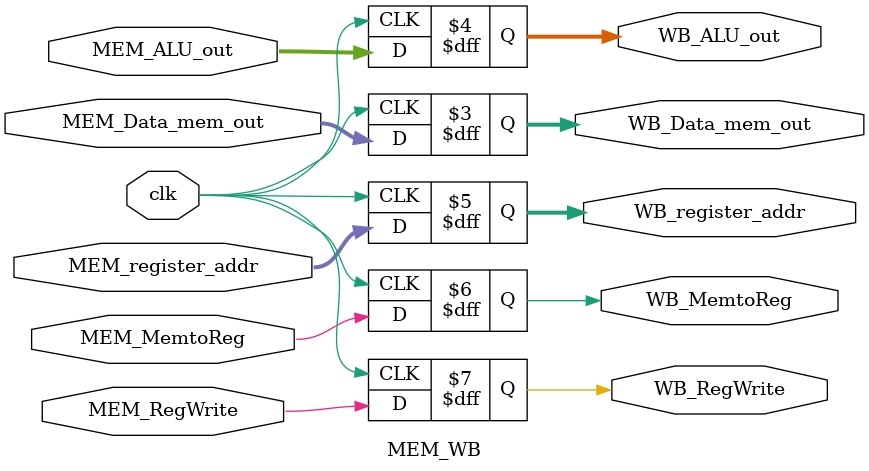
<source format=v>
`timescale 1ns / 1ps


module MEM_WB (
    input               clk,

    input       [31:0]  MEM_Data_mem_out,
                        MEM_ALU_out,
    input       [4:0]   MEM_register_addr,
    input               MEM_MemtoReg,
                        MEM_RegWrite,

    output reg  [31:0]  WB_Data_mem_out,
                        WB_ALU_out,
    output reg  [4:0]   WB_register_addr,
    output reg          WB_MemtoReg,
                        WB_RegWrite
);

    initial begin
        WB_Data_mem_out    = 32'b0;
        WB_ALU_out     = 32'b0;
        WB_register_addr      = 5'b0;
        WB_MemtoReg      = 1'b0;
        WB_RegWrite      = 1'b0;
    end

    always @ (posedge clk) begin
        WB_Data_mem_out    <= MEM_Data_mem_out;
        WB_ALU_out     <= MEM_ALU_out;
        WB_register_addr      <= MEM_register_addr;
        WB_MemtoReg      <= MEM_MemtoReg;
        WB_RegWrite      <= MEM_RegWrite;
    end

endmodule // MEM_WB
</source>
